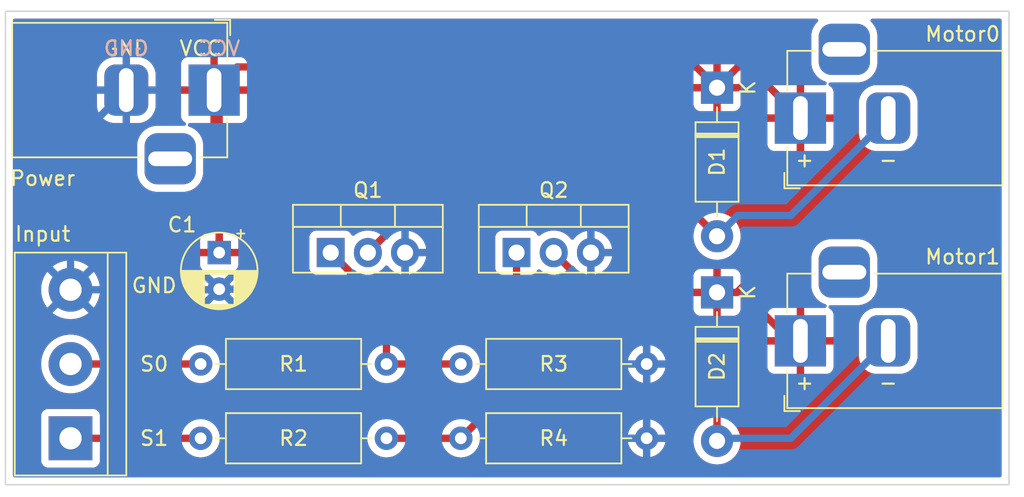
<source format=kicad_pcb>
(kicad_pcb (version 20211014) (generator pcbnew)
  (layers (0 "F.Cu" signal) (31 "B.Cu" signal) (34 "B.Paste" user) (35 "F.Paste" user) (36 "B.SilkS" user "B.Silkscreen") (37 "F.SilkS" user "F.Silkscreen") (38 "B.Mask" user) (39 "F.Mask" user) (44 "Edge.Cuts" user))
  (net 0 "")
  (net 1 "VCC")
  (net 2 "GND")
  (net 3 "Net-(D1-Pad2)")
  (net 4 "Net-(D2-Pad2)")
  (net 5 "Net-(J0-Pad1)")
  (net 6 "Net-(J0-Pad2)")
  (net 7 "Net-(Q1-Pad1)")
  (net 8 "Net-(Q2-Pad1)")
  (footprint "Resistor_THT:R_Axial_DIN0309_L9.0mm_D3.2mm_P12.70mm_Horizontal" (layer "F.Cu") (at 92.71 93.98)
    (fp_text reference "R2" (at 6.35 0) (layer "F.SilkS"))
    (fp_text value "220")
    (fp_line (start 1.73 1.72) (end 10.97 1.72) (layer "F.SilkS") (width 0.12))
    (fp_line (start 11.66 0) (end 10.97 0) (layer "F.SilkS") (width 0.12))
    (fp_line (start 1.04 0) (end 1.73 0) (layer "F.SilkS") (width 0.12))
    (fp_line (start 1.73 -1.72) (end 1.73 1.72) (layer "F.SilkS") (width 0.12))
    (fp_line (start 10.97 1.72) (end 10.97 -1.72) (layer "F.SilkS") (width 0.12))
    (fp_line (start 10.97 -1.72) (end 1.73 -1.72) (layer "F.SilkS") (width 0.12))
    (pad "1" thru_hole circle (at 0 0) (size 1.6 1.6) (drill 0.8) (layers *.Cu *.Mask) (net 5 "Net-(J0-Pad1)"))
    (pad "2" thru_hole oval (at 12.7 0) (size 1.6 1.6) (drill 0.8) (layers *.Cu *.Mask) (net 8 "Net-(Q2-Pad1)"))
  )
  (footprint "Connector_BarrelJack:BarrelJack_Horizontal" (layer "F.Cu") (at 133.7 72.0775 180)
    (fp_text reference "Motor0" (at -11.08 5.75) (layer "F.SilkS"))
    (fp_text value "Barrel_Jack")
    (fp_line (start 0.9 -4.6) (end 0.9 -2) (layer "F.SilkS") (width 0.12))
    (fp_line (start 0.9 1.9) (end 0.9 4.6) (layer "F.SilkS") (width 0.12))
    (fp_line (start -5 4.6) (end -13.8 4.6) (layer "F.SilkS") (width 0.12))
    (fp_line (start -13.8 4.6) (end -13.8 -4.6) (layer "F.SilkS") (width 0.12))
    (fp_line (start -13.8 -4.6) (end 0.9 -4.6) (layer "F.SilkS") (width 0.12))
    (fp_line (start 0.9 4.6) (end -1 4.6) (layer "F.SilkS") (width 0.12))
    (fp_line (start 1.1 -3.75) (end 1.1 -4.8) (layer "F.SilkS") (width 0.12))
    (fp_line (start 0.05 -4.8) (end 1.1 -4.8) (layer "F.SilkS") (width 0.12))
    (pad "1" thru_hole rect (at 0 0 180) (size 3.5 3.5) (drill oval 1 3) (layers *.Cu *.Mask) (net 1 "VCC"))
    (pad "2" thru_hole roundrect (at -6 0 180) (size 3 3.5) (drill oval 1 3) (layers *.Cu *.Mask) (net 3 "Net-(D1-Pad2)"))
    (pad "3" thru_hole roundrect (at -3 4.7 180) (size 3.5 3.5) (drill oval 3 1) (layers *.Cu *.Mask))
  )
  (footprint "Package_TO_SOT_THT:TO-220-3_Vertical" (layer "F.Cu") (at 101.6 81.28)
    (fp_text reference "Q1" (at 2.54 -4.27) (layer "F.SilkS"))
    (fp_text value "IRLZ34N")
    (fp_line (start 0.69 -3.27) (end 0.69 -1.76) (layer "F.SilkS") (width 0.12))
    (fp_line (start -2.58 1.371) (end 7.66 1.371) (layer "F.SilkS") (width 0.12))
    (fp_line (start -2.58 -3.27) (end -2.58 1.371) (layer "F.SilkS") (width 0.12))
    (fp_line (start 7.66 -3.27) (end 7.66 1.371) (layer "F.SilkS") (width 0.12))
    (fp_line (start -2.58 -3.27) (end 7.66 -3.27) (layer "F.SilkS") (width 0.12))
    (fp_line (start -2.58 -1.76) (end 7.66 -1.76) (layer "F.SilkS") (width 0.12))
    (fp_line (start 4.391 -3.27) (end 4.391 -1.76) (layer "F.SilkS") (width 0.12))
    (pad "1" thru_hole rect (at 0 0) (size 1.905 2) (drill 1.1) (layers *.Cu *.Mask) (net 7 "Net-(Q1-Pad1)"))
    (pad "2" thru_hole oval (at 2.54 0) (size 1.905 2) (drill 1.1) (layers *.Cu *.Mask) (net 3 "Net-(D1-Pad2)"))
    (pad "3" thru_hole oval (at 5.08 0) (size 1.905 2) (drill 1.1) (layers *.Cu *.Mask) (net 2 "GND"))
  )
  (footprint "Diode_THT:D_DO-41_SOD81_P10.16mm_Horizontal" (layer "F.Cu") (at 128 70 -90)
    (fp_text reference "D1" (at 5.08 0 90) (layer "F.SilkS"))
    (fp_text value "1N4001")
    (fp_text user "K" (at 0 -2.1 90) (layer "F.SilkS"))
    (fp_line (start 8.82 0) (end 7.8 0) (layer "F.SilkS") (width 0.12))
    (fp_line (start 3.26 -1.47) (end 3.26 1.47) (layer "F.SilkS") (width 0.12))
    (fp_line (start 3.14 -1.47) (end 3.14 1.47) (layer "F.SilkS") (width 0.12))
    (fp_line (start 3.38 -1.47) (end 3.38 1.47) (layer "F.SilkS") (width 0.12))
    (fp_line (start 2.36 -1.47) (end 2.36 1.47) (layer "F.SilkS") (width 0.12))
    (fp_line (start 2.36 1.47) (end 7.8 1.47) (layer "F.SilkS") (width 0.12))
    (fp_line (start 7.8 1.47) (end 7.8 -1.47) (layer "F.SilkS") (width 0.12))
    (fp_line (start 1.34 0) (end 2.36 0) (layer "F.SilkS") (width 0.12))
    (fp_line (start 7.8 -1.47) (end 2.36 -1.47) (layer "F.SilkS") (width 0.12))
    (pad "1" thru_hole rect (at 0 0 270) (size 2.2 2.2) (drill 1.1) (layers *.Cu *.Mask) (net 1 "VCC"))
    (pad "2" thru_hole oval (at 10.16 0 270) (size 2.2 2.2) (drill 1.1) (layers *.Cu *.Mask) (net 3 "Net-(D1-Pad2)"))
  )
  (footprint "Resistor_THT:R_Axial_DIN0309_L9.0mm_D3.2mm_P12.70mm_Horizontal" (layer "F.Cu") (at 92.71 88.9)
    (fp_text reference "R1" (at 6.35 0) (layer "F.SilkS"))
    (fp_text value "220")
    (fp_line (start 1.73 1.72) (end 10.97 1.72) (layer "F.SilkS") (width 0.12))
    (fp_line (start 1.04 0) (end 1.73 0) (layer "F.SilkS") (width 0.12))
    (fp_line (start 1.73 -1.72) (end 1.73 1.72) (layer "F.SilkS") (width 0.12))
    (fp_line (start 11.66 0) (end 10.97 0) (layer "F.SilkS") (width 0.12))
    (fp_line (start 10.97 1.72) (end 10.97 -1.72) (layer "F.SilkS") (width 0.12))
    (fp_line (start 10.97 -1.72) (end 1.73 -1.72) (layer "F.SilkS") (width 0.12))
    (pad "1" thru_hole circle (at 0 0) (size 1.6 1.6) (drill 0.8) (layers *.Cu *.Mask) (net 6 "Net-(J0-Pad2)"))
    (pad "2" thru_hole oval (at 12.7 0) (size 1.6 1.6) (drill 0.8) (layers *.Cu *.Mask) (net 7 "Net-(Q1-Pad1)"))
  )
  (footprint "Resistor_THT:R_Axial_DIN0309_L9.0mm_D3.2mm_P12.70mm_Horizontal" (layer "F.Cu") (at 110.49 93.98)
    (fp_text reference "R4" (at 6.35 0) (layer "F.SilkS"))
    (fp_text value "11K")
    (fp_line (start 1.04 0) (end 1.73 0) (layer "F.SilkS") (width 0.12))
    (fp_line (start 1.73 -1.72) (end 1.73 1.72) (layer "F.SilkS") (width 0.12))
    (fp_line (start 11.66 0) (end 10.97 0) (layer "F.SilkS") (width 0.12))
    (fp_line (start 10.97 1.72) (end 10.97 -1.72) (layer "F.SilkS") (width 0.12))
    (fp_line (start 10.97 -1.72) (end 1.73 -1.72) (layer "F.SilkS") (width 0.12))
    (fp_line (start 1.73 1.72) (end 10.97 1.72) (layer "F.SilkS") (width 0.12))
    (pad "1" thru_hole circle (at 0 0) (size 1.6 1.6) (drill 0.8) (layers *.Cu *.Mask) (net 8 "Net-(Q2-Pad1)"))
    (pad "2" thru_hole oval (at 12.7 0) (size 1.6 1.6) (drill 0.8) (layers *.Cu *.Mask) (net 2 "GND"))
  )
  (footprint "Diode_THT:D_DO-41_SOD81_P10.16mm_Horizontal" (layer "F.Cu") (at 128 84 -90)
    (fp_text reference "D2" (at 5.08 0 90) (layer "F.SilkS"))
    (fp_text value "1N4001")
    (fp_text user "K" (at 0 -2.1 90) (layer "F.SilkS"))
    (fp_line (start 3.38 -1.47) (end 3.38 1.47) (layer "F.SilkS") (width 0.12))
    (fp_line (start 8.82 0) (end 7.8 0) (layer "F.SilkS") (width 0.12))
    (fp_line (start 3.26 -1.47) (end 3.26 1.47) (layer "F.SilkS") (width 0.12))
    (fp_line (start 7.8 1.47) (end 7.8 -1.47) (layer "F.SilkS") (width 0.12))
    (fp_line (start 7.8 -1.47) (end 2.36 -1.47) (layer "F.SilkS") (width 0.12))
    (fp_line (start 1.34 0) (end 2.36 0) (layer "F.SilkS") (width 0.12))
    (fp_line (start 2.36 -1.47) (end 2.36 1.47) (layer "F.SilkS") (width 0.12))
    (fp_line (start 3.14 -1.47) (end 3.14 1.47) (layer "F.SilkS") (width 0.12))
    (fp_line (start 2.36 1.47) (end 7.8 1.47) (layer "F.SilkS") (width 0.12))
    (pad "1" thru_hole rect (at 0 0 270) (size 2.2 2.2) (drill 1.1) (layers *.Cu *.Mask) (net 1 "VCC"))
    (pad "2" thru_hole oval (at 10.16 0 270) (size 2.2 2.2) (drill 1.1) (layers *.Cu *.Mask) (net 4 "Net-(D2-Pad2)"))
  )
  (footprint "Resistor_THT:R_Axial_DIN0309_L9.0mm_D3.2mm_P12.70mm_Horizontal" (layer "F.Cu") (at 110.49 88.9)
    (fp_text reference "R3" (at 6.35 0) (layer "F.SilkS"))
    (fp_text value "11K")
    (fp_line (start 1.73 -1.72) (end 1.73 1.72) (layer "F.SilkS") (width 0.12))
    (fp_line (start 1.04 0) (end 1.73 0) (layer "F.SilkS") (width 0.12))
    (fp_line (start 10.97 -1.72) (end 1.73 -1.72) (layer "F.SilkS") (width 0.12))
    (fp_line (start 11.66 0) (end 10.97 0) (layer "F.SilkS") (width 0.12))
    (fp_line (start 10.97 1.72) (end 10.97 -1.72) (layer "F.SilkS") (width 0.12))
    (fp_line (start 1.73 1.72) (end 10.97 1.72) (layer "F.SilkS") (width 0.12))
    (pad "1" thru_hole circle (at 0 0) (size 1.6 1.6) (drill 0.8) (layers *.Cu *.Mask) (net 7 "Net-(Q1-Pad1)"))
    (pad "2" thru_hole oval (at 12.7 0) (size 1.6 1.6) (drill 0.8) (layers *.Cu *.Mask) (net 2 "GND"))
  )
  (footprint "Connector_BarrelJack:BarrelJack_Horizontal" (layer "F.Cu") (at 93.63 70.1625)
    (fp_text reference "Power" (at -11.715 6.0375) (layer "F.SilkS"))
    (fp_text value "Barrel_Jack")
    (fp_line (start -13.8 4.6) (end -13.8 -4.6) (layer "F.SilkS") (width 0.12))
    (fp_line (start 0.9 1.9) (end 0.9 4.6) (layer "F.SilkS") (width 0.12))
    (fp_line (start 0.05 -4.8) (end 1.1 -4.8) (layer "F.SilkS") (width 0.12))
    (fp_line (start 0.9 -4.6) (end 0.9 -2) (layer "F.SilkS") (width 0.12))
    (fp_line (start -5 4.6) (end -13.8 4.6) (layer "F.SilkS") (width 0.12))
    (fp_line (start -13.8 -4.6) (end 0.9 -4.6) (layer "F.SilkS") (width 0.12))
    (fp_line (start 1.1 -3.75) (end 1.1 -4.8) (layer "F.SilkS") (width 0.12))
    (fp_line (start 0.9 4.6) (end -1 4.6) (layer "F.SilkS") (width 0.12))
    (pad "1" thru_hole rect (at 0 0) (size 3.5 3.5) (drill oval 1 3) (layers *.Cu *.Mask) (net 1 "VCC"))
    (pad "2" thru_hole roundrect (at -6 0) (size 3 3.5) (drill oval 1 3) (layers *.Cu *.Mask) (net 2 "GND"))
    (pad "3" thru_hole roundrect (at -3 4.7) (size 3.5 3.5) (drill oval 3 1) (layers *.Cu *.Mask))
  )
  (footprint "TerminalBlock:TerminalBlock_bornier-3_P5.08mm" (layer "F.Cu") (at 83.82 93.98 90)
    (fp_text reference "Input" (at 13.97 -1.905 180) (layer "F.SilkS"))
    (fp_text value "Screw_Terminal_01x03")
    (fp_line (start -2.54 3.81) (end 12.7 3.81) (layer "F.SilkS") (width 0.12))
    (fp_line (start -2.54 3.81) (end -2.54 -3.81) (layer "F.SilkS") (width 0.12))
    (fp_line (start 12.7 3.81) (end 12.7 -3.81) (layer "F.SilkS") (width 0.12))
    (fp_line (start -2.54 2.54) (end 12.7 2.54) (layer "F.SilkS") (width 0.12))
    (fp_line (start -2.54 -3.81) (end 12.7 -3.81) (layer "F.SilkS") (width 0.12))
    (pad "1" thru_hole rect (at 0 0 90) (size 3 3) (drill 1.52) (layers *.Cu *.Mask) (net 5 "Net-(J0-Pad1)"))
    (pad "2" thru_hole circle (at 5.08 0 90) (size 3 3) (drill 1.52) (layers *.Cu *.Mask) (net 6 "Net-(J0-Pad2)"))
    (pad "3" thru_hole circle (at 10.16 0 90) (size 3 3) (drill 1.52) (layers *.Cu *.Mask) (net 2 "GND"))
  )
  (footprint "Capacitor_THT:CP_Radial_D5.0mm_P2.50mm" (layer "F.Cu") (at 93.98 81.28 -90)
    (fp_text reference "C1" (at -1.905 2.54) (layer "F.SilkS"))
    (fp_text value "0.47 uF")
    (fp_line (start 1.33 -2.579) (end 1.33 2.579) (layer "F.SilkS") (width 0.12))
    (fp_line (start 2.771 -2.095) (end 2.771 -1.04) (layer "F.SilkS") (width 0.12))
    (fp_line (start 3.051 -1.864) (end 3.051 -1.04) (layer "F.SilkS") (width 0.12))
    (fp_line (start 1.69 -2.543) (end 1.69 -1.04) (layer "F.SilkS") (width 0.12))
    (fp_line (start 2.211 1.04) (end 2.211 2.398) (layer "F.SilkS") (width 0.12))
    (fp_line (start 3.091 -1.826) (end 3.091 -1.04) (layer "F.SilkS") (width 0.12))
    (fp_line (start 2.691 1.04) (end 2.691 2.149) (layer "F.SilkS") (width 0.12))
    (fp_line (start -1.554775 -1.475) (end -1.054775 -1.475) (layer "F.SilkS") (width 0.12))
    (fp_line (start 1.69 1.04) (end 1.69 2.543) (layer "F.SilkS") (width 0.12))
    (fp_line (start 1.45 -2.573) (end 1.45 2.573) (layer "F.SilkS") (width 0.12))
    (fp_line (start 1.77 1.04) (end 1.77 2.528) (layer "F.SilkS") (width 0.12))
    (fp_line (start 2.571 1.04) (end 2.571 2.224) (layer "F.SilkS") (width 0.12))
    (fp_line (start 1.65 -2.55) (end 1.65 -1.04) (layer "F.SilkS") (width 0.12))
    (fp_line (start 2.451 -2.29) (end 2.451 -1.04) (layer "F.SilkS") (width 0.12))
    (fp_line (start 2.091 1.04) (end 2.091 2.442) (layer "F.SilkS") (width 0.12))
    (fp_line (start 1.29 -2.58) (end 1.29 2.58) (layer "F.SilkS") (width 0.12))
    (fp_line (start 1.57 -2.561) (end 1.57 -1.04) (layer "F.SilkS") (width 0.12))
    (fp_line (start 1.25 -2.58) (end 1.25 2.58) (layer "F.SilkS") (width 0.12))
    (fp_line (start 2.891 1.04) (end 2.891 2.004) (layer "F.SilkS") (width 0.12))
    (fp_line (start 3.251 -1.653) (end 3.251 -1.04) (layer "F.SilkS") (width 0.12))
    (fp_line (start 2.251 1.04) (end 2.251 2.382) (layer "F.SilkS") (width 0.12))
    (fp_line (start 2.931 1.04) (end 2.931 1.971) (layer "F.SilkS") (width 0.12))
    (fp_line (start 2.891 -2.004) (end 2.891 -1.04) (layer "F.SilkS") (width 0.12))
    (fp_line (start 1.49 -2.569) (end 1.49 -1.04) (layer "F.SilkS") (width 0.12))
    (fp_line (start 2.291 1.04) (end 2.291 2.365) (layer "F.SilkS") (width 0.12))
    (fp_line (start 1.53 1.04) (end 1.53 2.565) (layer "F.SilkS") (width 0.12))
    (fp_line (start 2.251 -2.382) (end 2.251 -1.04) (layer "F.SilkS") (width 0.12))
    (fp_line (start 1.93 1.04) (end 1.93 2.491) (layer "F.SilkS") (width 0.12))
    (fp_line (start 2.651 -2.175) (end 2.651 -1.04) (layer "F.SilkS") (width 0.12))
    (fp_line (start 2.811 1.04) (end 2.811 2.065) (layer "F.SilkS") (width 0.12))
    (fp_line (start 2.171 1.04) (end 2.171 2.414) (layer "F.SilkS") (width 0.12))
    (fp_line (start 2.611 1.04) (end 2.611 2.2) (layer "F.SilkS") (width 0.12))
    (fp_line (start 1.61 1.04) (end 1.61 2.556) (layer "F.SilkS") (width 0.12))
    (fp_line (start 1.73 1.04) (end 1.73 2.536) (layer "F.SilkS") (width 0.12))
    (fp_line (start 1.89 1.04) (end 1.89 2.501) (layer "F.SilkS") (width 0.12))
    (fp_line (start 2.571 -2.224) (end 2.571 -1.04) (layer "F.SilkS") (width 0.12))
    (fp_line (start 2.931 -1.971) (end 2.931 -1.04) (layer "F.SilkS") (width 0.12))
    (fp_line (start 1.85 -2.511) (end 1.85 -1.04) (layer "F.SilkS") (width 0.12))
    (fp_line (start 1.89 -2.501) (end 1.89 -1.04) (layer "F.SilkS") (width 0.12))
    (fp_line (start 3.011 -1.901) (end 3.011 -1.04) (layer "F.SilkS") (width 0.12))
    (fp_line (start 3.811 -0.518) (end 3.811 0.518) (layer "F.SilkS") (width 0.12))
    (fp_line (start 3.291 1.04) (end 3.291 1.605) (layer "F.SilkS") (width 0.12))
    (fp_line (start 2.771 1.04) (end 2.771 2.095) (layer "F.SilkS") (width 0.12))
    (fp_line (start 2.091 -2.442) (end 2.091 -1.04) (layer "F.SilkS") (width 0.12))
    (fp_line (start -1.304775 -1.725) (end -1.304775 -1.225) (layer "F.SilkS") (width 0.12))
    (fp_line (start 3.291 -1.605) (end 3.291 -1.04) (layer "F.SilkS") (width 0.12))
    (fp_line (start 3.091 1.04) (end 3.091 1.826) (layer "F.SilkS") (width 0.12))
    (fp_line (start 2.731 -2.122) (end 2.731 -1.04) (layer "F.SilkS") (width 0.12))
    (fp_line (start 3.131 1.04) (end 3.131 1.785) (layer "F.SilkS") (width 0.12))
    (fp_line (start 2.171 -2.414) (end 2.171 -1.04) (layer "F.SilkS") (width 0.12))
    (fp_line (start 2.851 -2.035) (end 2.851 -1.04) (layer "F.SilkS") (width 0.12))
    (fp_line (start 2.691 -2.149) (end 2.691 -1.04) (layer "F.SilkS") (width 0.12))
    (fp_line (start 3.571 -1.178) (end 3.571 1.178) (layer "F.SilkS") (width 0.12))
    (fp_line (start 2.291 -2.365) (end 2.291 -1.04) (layer "F.SilkS") (width 0.12))
    (fp_line (start 3.411 1.04) (end 3.411 1.443) (layer "F.SilkS") (width 0.12))
    (fp_line (start 3.171 -1.743) (end 3.171 -1.04) (layer "F.SilkS") (width 0.12))
    (fp_line (start 3.851 -0.284) (end 3.851 0.284) (layer "F.SilkS") (width 0.12))
    (fp_line (start 2.731 1.04) (end 2.731 2.122) (layer "F.SilkS") (width 0.12))
    (fp_line (start 2.331 1.04) (end 2.331 2.348) (layer "F.SilkS") (width 0.12))
    (fp_line (start 3.371 1.04) (end 3.371 1.5) (layer "F.SilkS") (width 0.12))
    (fp_line (start 1.81 -2.52) (end 1.81 -1.04) (layer "F.SilkS") (width 0.12))
    (fp_line (start 3.211 -1.699) (end 3.211 -1.04) (layer "F.SilkS") (width 0.12))
    (fp_line (start 3.531 -1.251) (end 3.531 -1.04) (layer "F.SilkS") (width 0.12))
    (fp_line (start 2.971 -1.937) (end 2.971 -1.04) (layer "F.SilkS") (width 0.12))
    (fp_line (start 2.211 -2.398) (end 2.211 -1.04) (layer "F.SilkS") (width 0.12))
    (fp_line (start 1.93 -2.491) (end 1.93 -1.04) (layer "F.SilkS") (width 0.12))
    (fp_line (start 3.331 -1.554) (end 3.331 -1.04) (layer "F.SilkS") (width 0.12))
    (fp_line (start 2.411 1.04) (end 2.411 2.31) (layer "F.SilkS") (width 0.12))
    (fp_line (start 2.011 1.04) (end 2.011 2.468) (layer "F.SilkS") (width 0.12))
    (fp_line (start 3.491 -1.319) (end 3.491 -1.04) (layer "F.SilkS") (width 0.12))
    (fp_line (start 3.691 -0.915) (end 3.691 0.915) (layer "F.SilkS") (width 0.12))
    (fp_line (start 3.771 -0.677) (end 3.771 0.677) (layer "F.SilkS") (width 0.12))
    (fp_line (start 3.171 1.04) (end 3.171 1.743) (layer "F.SilkS") (width 0.12))
    (fp_line (start 2.971 1.04) (end 2.971 1.937) (layer "F.SilkS") (width 0.12))
    (fp_line (start 2.531 1.04) (end 2.531 2.247) (layer "F.SilkS") (width 0.12))
    (fp_line (start 2.531 -2.247) (end 2.531 -1.04) (layer "F.SilkS") (width 0.12))
    (fp_line (start 2.811 -2.065) (end 2.811 -1.04) (layer "F.SilkS") (width 0.12))
    (fp_line (start 3.251 1.04) (end 3.251 1.653) (layer "F.SilkS") (width 0.12))
    (fp_line (start 3.411 -1.443) (end 3.411 -1.04) (layer "F.SilkS") (width 0.12))
    (fp_line (start 3.211 1.04) (end 3.211 1.699) (layer "F.SilkS") (width 0.12))
    (fp_line (start 3.051 1.04) (end 3.051 1.864) (layer "F.SilkS") (width 0.12))
    (fp_line (start 3.651 -1.011) (end 3.651 1.011) (layer "F.SilkS") (width 0.12))
    (fp_line (start 1.61 -2.556) (end 1.61 -1.04) (layer "F.SilkS") (width 0.12))
    (fp_line (start 2.051 1.04) (end 2.051 2.455) (layer "F.SilkS") (width 0.12))
    (fp_line (start 1.971 -2.48) (end 1.971 -1.04) (layer "F.SilkS") (width 0.12))
    (fp_line (start 2.331 -2.348) (end 2.331 -1.04) (layer "F.SilkS") (width 0.12))
    (fp_line (start 1.41 -2.576) (end 1.41 2.576) (layer "F.SilkS") (width 0.12))
    (fp_line (start 2.851 1.04) (end 2.851 2.035) (layer "F.SilkS") (width 0.12))
    (fp_line (start 2.611 -2.2) (end 2.611 -1.04) (layer "F.SilkS") (width 0.12))
    (fp_line (start 1.49 1.04) (end 1.49 2.569) (layer "F.SilkS") (width 0.12))
    (fp_line (start 2.371 1.04) (end 2.371 2.329) (layer "F.SilkS") (width 0.12))
    (fp_line (start 2.371 -2.329) (end 2.371 -1.04) (layer "F.SilkS") (width 0.12))
    (fp_line (start 3.531 1.04) (end 3.531 1.251) (layer "F.SilkS") (width 0.12))
    (fp_line (start 1.971 1.04) (end 1.971 2.48) (layer "F.SilkS") (width 0.12))
    (fp_line (start 3.731 -0.805) (end 3.731 0.805) (layer "F.SilkS") (width 0.12))
    (fp_line (start 1.73 -2.536) (end 1.73 -1.04) (layer "F.SilkS") (width 0.12))
    (fp_line (start 1.77 -2.528) (end 1.77 -1.04) (layer "F.SilkS") (width 0.12))
    (fp_line (start 1.85 1.04) (end 1.85 2.511) (layer "F.SilkS") (width 0.12))
    (fp_line (start 2.451 1.04) (end 2.451 2.29) (layer "F.SilkS") (width 0.12))
    (fp_line (start 3.451 1.04) (end 3.451 1.383) (layer "F.SilkS") (width 0.12))
    (fp_line (start 2.131 -2.428) (end 2.131 -1.04) (layer "F.SilkS") (width 0.12))
    (fp_line (start 2.491 -2.268) (end 2.491 -1.04) (layer "F.SilkS") (width 0.12))
    (fp_line (start 1.65 1.04) (end 1.65 2.55) (layer "F.SilkS") (width 0.12))
    (fp_line (start 1.37 -2.578) (end 1.37 2.578) (layer "F.SilkS") (width 0.12))
    (fp_line (start 2.051 -2.455) (end 2.051 -1.04) (layer "F.SilkS") (width 0.12))
    (fp_line (start 3.331 1.04) (end 3.331 1.554) (layer "F.SilkS") (width 0.12))
    (fp_line (start 3.451 -1.383) (end 3.451 -1.04) (layer "F.SilkS") (width 0.12))
    (fp_line (start 2.131 1.04) (end 2.131 2.428) (layer "F.SilkS") (width 0.12))
    (fp_line (start 3.011 1.04) (end 3.011 1.901) (layer "F.SilkS") (width 0.12))
    (fp_line (start 3.371 -1.5) (end 3.371 -1.04) (layer "F.SilkS") (width 0.12))
    (fp_line (start 1.53 -2.565) (end 1.53 -1.04) (layer "F.SilkS") (width 0.12))
    (fp_line (start 2.411 -2.31) (end 2.411 -1.04) (layer "F.SilkS") (width 0.12))
    (fp_line (start 3.611 -1.098) (end 3.611 1.098) (layer "F.SilkS") (width 0.12))
    (fp_line (start 2.491 1.04) (end 2.491 2.268) (layer "F.SilkS") (width 0.12))
    (fp_line (start 1.57 1.04) (end 1.57 2.561) (layer "F.SilkS") (width 0.12))
    (fp_line (start 2.651 1.04) (end 2.651 2.175) (layer "F.SilkS") (width 0.12))
    (fp_line (start 3.491 1.04) (end 3.491 1.319) (layer "F.SilkS") (width 0.12))
    (fp_line (start 1.81 1.04) (end 1.81 2.52) (layer "F.SilkS") (width 0.12))
    (fp_line (start 3.131 -1.785) (end 3.131 -1.04) (layer "F.SilkS") (width 0.12))
    (fp_line (start 2.011 -2.468) (end 2.011 -1.04) (layer "F.SilkS") (width 0.12))
    (fp_circle (center 1.25 0) (end 3.87 0) (layer "F.SilkS") (width 0.12) (fill none))
    (pad "1" thru_hole rect (at 0 0 270) (size 1.6 1.6) (drill 0.8) (layers *.Cu *.Mask) (net 1 "VCC"))
    (pad "2" thru_hole circle (at 2.5 0 270) (size 1.6 1.6) (drill 0.8) (layers *.Cu *.Mask) (net 2 "GND"))
  )
  (footprint "Package_TO_SOT_THT:TO-220-3_Vertical" (layer "F.Cu") (at 114.3 81.28)
    (fp_text reference "Q2" (at 2.54 -4.27) (layer "F.SilkS"))
    (fp_text value "IRLZ34N")
    (fp_line (start -2.58 1.371) (end 7.66 1.371) (layer "F.SilkS") (width 0.12))
    (fp_line (start -2.58 -1.76) (end 7.66 -1.76) (layer "F.SilkS") (width 0.12))
    (fp_line (start 0.69 -3.27) (end 0.69 -1.76) (layer "F.SilkS") (width 0.12))
    (fp_line (start -2.58 -3.27) (end -2.58 1.371) (layer "F.SilkS") (width 0.12))
    (fp_line (start 4.391 -3.27) (end 4.391 -1.76) (layer "F.SilkS") (width 0.12))
    (fp_line (start 7.66 -3.27) (end 7.66 1.371) (layer "F.SilkS") (width 0.12))
    (fp_line (start -2.58 -3.27) (end 7.66 -3.27) (layer "F.SilkS") (width 0.12))
    (pad "1" thru_hole rect (at 0 0) (size 1.905 2) (drill 1.1) (layers *.Cu *.Mask) (net 8 "Net-(Q2-Pad1)"))
    (pad "2" thru_hole oval (at 2.54 0) (size 1.905 2) (drill 1.1) (layers *.Cu *.Mask) (net 4 "Net-(D2-Pad2)"))
    (pad "3" thru_hole oval (at 5.08 0) (size 1.905 2) (drill 1.1) (layers *.Cu *.Mask) (net 2 "GND"))
  )
  (footprint "Connector_BarrelJack:BarrelJack_Horizontal" (layer "F.Cu") (at 133.7 87.3175 180)
    (fp_text reference "Motor1" (at -11.08 5.75) (layer "F.SilkS"))
    (fp_text value "Barrel_Jack")
    (fp_line (start -5 4.6) (end -13.8 4.6) (layer "F.SilkS") (width 0.12))
    (fp_line (start 0.9 -4.6) (end 0.9 -2) (layer "F.SilkS") (width 0.12))
    (fp_line (start 1.1 -3.75) (end 1.1 -4.8) (layer "F.SilkS") (width 0.12))
    (fp_line (start 0.9 1.9) (end 0.9 4.6) (layer "F.SilkS") (width 0.12))
    (fp_line (start -13.8 4.6) (end -13.8 -4.6) (layer "F.SilkS") (width 0.12))
    (fp_line (start -13.8 -4.6) (end 0.9 -4.6) (layer "F.SilkS") (width 0.12))
    (fp_line (start 0.9 4.6) (end -1 4.6) (layer "F.SilkS") (width 0.12))
    (fp_line (start 0.05 -4.8) (end 1.1 -4.8) (layer "F.SilkS") (width 0.12))
    (pad "1" thru_hole rect (at 0 0 180) (size 3.5 3.5) (drill oval 1 3) (layers *.Cu *.Mask) (net 1 "VCC"))
    (pad "2" thru_hole roundrect (at -6 0 180) (size 3 3.5) (drill oval 1 3) (layers *.Cu *.Mask) (net 4 "Net-(D2-Pad2)"))
    (pad "3" thru_hole roundrect (at -3 4.7 180) (size 3.5 3.5) (drill oval 3 1) (layers *.Cu *.Mask))
  )
  (gr_rect (start 79.375 64.77) (end 147.955 97.155) (layer "Edge.Cuts") (width 0.1) (fill none))
  (gr_text "VCC" (at 93.98 67.31) (layer "B.SilkS") (effects (font (size 1 1)) (justify mirror)))
  (gr_text "GND" (at 87.63 67.31) (layer "B.SilkS") (effects (font (size 1 1)) (justify mirror)))
  (gr_text "S1" (at 89.535 93.98) (layer "F.SilkS") (effects (font (size 1 1))))
  (gr_text "GND" (at 89.535 83.531) (layer "F.SilkS") (effects (font (size 1 1))))
  (gr_text "+" (at 133.985 90.17) (layer "F.SilkS") (effects (font (size 1 1))))
  (gr_text "S0" (at 89.535 88.9) (layer "F.SilkS") (effects (font (size 1 1))))
  (gr_text "-" (at 139.7 74.93) (layer "F.SilkS") (effects (font (size 1 1))))
  (gr_text "+" (at 133.985 74.93) (layer "F.SilkS") (effects (font (size 1 1))))
  (gr_text "VCC" (at 92.71 67.31) (layer "F.SilkS") (effects (font (size 1 1))))
  (gr_text "-" (at 139.695306 90.169999) (layer "F.SilkS") (effects (font (size 1 1))))
  (gr_text "GND" (at 87.63 67.31) (layer "F.SilkS") (effects (font (size 1 1))))
  (segment (start 129.36 84) (end 128 84) (width 0.5) (layer "F.Cu") (net 1))
  (segment (start 129.42 68.58) (end 130.2025 68.58) (width 0.5) (layer "F.Cu") (net 1))
  (segment (start 128 84) (end 129.72 84) (width 0.5) (layer "F.Cu") (net 1))
  (segment (start 129.72 84) (end 133.0375 87.3175) (width 0.5) (layer "F.Cu") (net 1))
  (segment (start 133.0375 87.3175) (end 133.7 87.3175) (width 0.5) (layer "F.Cu") (net 1))
  (segment (start 93.98 71.7825) (end 92.36 70.1625) (width 0.5) (layer "F.Cu") (net 1))
  (segment (start 128 70) (end 126.58 68.58) (width 0.5) (layer "F.Cu") (net 1))
  (segment (start 128 70) (end 129.42 68.58) (width 0.5) (layer "F.Cu") (net 1))
  (segment (start 93.98 81.28) (end 93.98 70.5125) (width 0.5) (layer "F.Cu") (net 1))
  (segment (start 93.98 70.5125) (end 93.63 70.1625) (width 0.5) (layer "F.Cu") (net 1))
  (segment (start 130.2025 68.58) (end 133.7 72.0775) (width 0.5) (layer "F.Cu") (net 1))
  (segment (start 133.7 79.66) (end 129.36 84) (width 0.5) (layer "F.Cu") (net 1))
  (segment (start 133.7 72.0775) (end 133.7 79.66) (width 0.5) (layer "F.Cu") (net 1))
  (segment (start 95.2125 68.58) (end 93.63 70.1625) (width 0.5) (layer "F.Cu") (net 1))
  (segment (start 126.58 68.58) (end 95.2125 68.58) (width 0.5) (layer "F.Cu") (net 1))
  (segment (start 119.38 83.82) (end 119.38 81.28) (width 0.5) (layer "B.Cu") (net 2))
  (segment (start 119.38 83.82) (end 123.19 87.63) (width 0.5) (layer "B.Cu") (net 2))
  (segment (start 93.94 83.82) (end 93.98 83.78) (width 0.5) (layer "B.Cu") (net 2))
  (segment (start 83.82 83.82) (end 83.82 73.9725) (width 0.5) (layer "B.Cu") (net 2))
  (segment (start 83.82 83.82) (end 93.94 83.82) (width 0.5) (layer "B.Cu") (net 2))
  (segment (start 123.19 87.63) (end 123.19 88.9) (width 0.5) (layer "B.Cu") (net 2))
  (segment (start 106.64 83.78) (end 106.68 83.82) (width 0.5) (layer "B.Cu") (net 2))
  (segment (start 123.19 88.9) (end 123.19 93.98) (width 0.5) (layer "B.Cu") (net 2))
  (segment (start 106.68 83.82) (end 119.38 83.82) (width 0.5) (layer "B.Cu") (net 2))
  (segment (start 106.68 81.28) (end 106.68 83.82) (width 0.5) (layer "B.Cu") (net 2))
  (segment (start 83.82 73.9725) (end 87.63 70.1625) (width 0.5) (layer "B.Cu") (net 2))
  (segment (start 93.98 83.78) (end 106.64 83.78) (width 0.5) (layer "B.Cu") (net 2))
  (segment (start 108.42 77) (end 104.14 81.28) (width 0.5) (layer "F.Cu") (net 3))
  (segment (start 128 80.16) (end 124.84 77) (width 0.5) (layer "F.Cu") (net 3))
  (segment (start 124.84 77) (end 108.42 77) (width 0.5) (layer "F.Cu") (net 3))
  (segment (start 129.42 78.74) (end 133.0375 78.74) (width 0.5) (layer "B.Cu") (net 3))
  (segment (start 128 80.16) (end 129.42 78.74) (width 0.5) (layer "B.Cu") (net 3))
  (segment (start 133.0375 78.74) (end 139.7 72.0775) (width 0.5) (layer "B.Cu") (net 3))
  (segment (start 119.38 83.82) (end 116.84 81.28) (width 0.5) (layer "F.Cu") (net 4))
  (segment (start 120.935634 83.82) (end 119.38 83.82) (width 0.5) (layer "F.Cu") (net 4))
  (segment (start 128 94.16) (end 128 90.884366) (width 0.5) (layer "F.Cu") (net 4))
  (segment (start 128 90.884366) (end 120.935634 83.82) (width 0.5) (layer "F.Cu") (net 4))
  (segment (start 133.0375 93.98) (end 139.7 87.3175) (width 0.5) (layer "B.Cu") (net 4))
  (segment (start 128.18 93.98) (end 133.0375 93.98) (width 0.5) (layer "B.Cu") (net 4))
  (segment (start 128 94.16) (end 128.18 93.98) (width 0.5) (layer "B.Cu") (net 4))
  (segment (start 83.82 93.98) (end 92.71 93.98) (width 0.5) (layer "F.Cu") (net 5))
  (segment (start 83.82 88.9) (end 92.71 88.9) (width 0.5) (layer "F.Cu") (net 6))
  (segment (start 105.41 85.09) (end 101.6 81.28) (width 0.5) (layer "F.Cu") (net 7))
  (segment (start 105.41 88.9) (end 105.41 85.09) (width 0.5) (layer "F.Cu") (net 7))
  (segment (start 105.41 88.9) (end 110.49 88.9) (width 0.5) (layer "F.Cu") (net 7))
  (segment (start 114.3 90.17) (end 114.3 81.28) (width 0.5) (layer "F.Cu") (net 8))
  (segment (start 110.49 93.98) (end 114.3 90.17) (width 0.5) (layer "F.Cu") (net 8))
  (segment (start 105.41 93.98) (end 110.49 93.98) (width 0.5) (layer "F.Cu") (net 8))
  (zone (net 1) (net_name "VCC") (layer "F.Cu") (connect_pads (clearance 0.508)) (min_thickness 0.254) (fill yes (thermal_gap 0.508) (thermal_bridge_width 0.508))
    (polygon (pts (xy 149 98) (xy 79 98) (xy 79 64) (xy 149 64)))
  )
  (zone (net 2) (net_name "GND") (layer "B.Cu") (connect_pads (clearance 0.508)) (min_thickness 0.254) (fill yes (thermal_gap 0.508) (thermal_bridge_width 0.508))
    (polygon (pts (xy 149 98) (xy 79 98) (xy 79 64) (xy 149 64)))
  )
)
</source>
